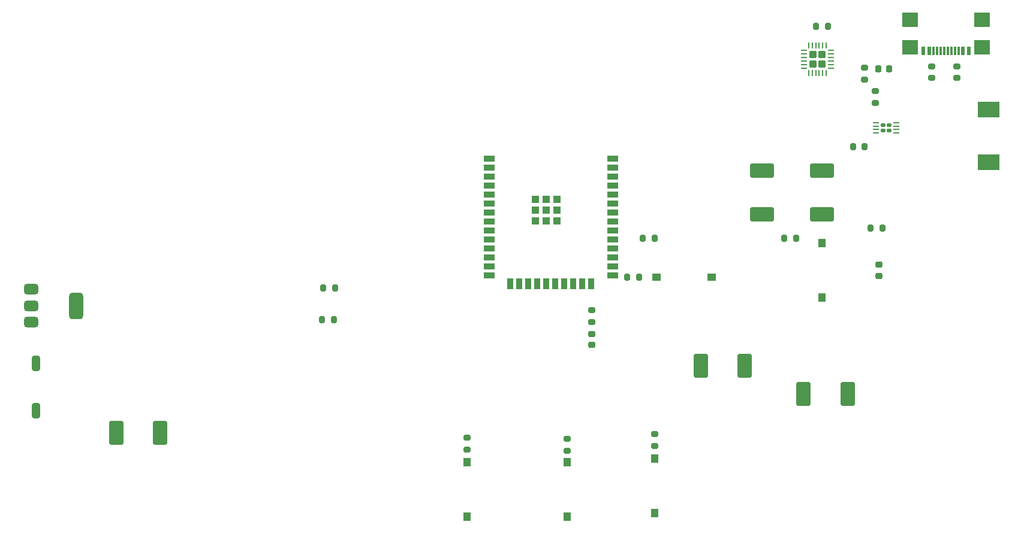
<source format=gbr>
%TF.GenerationSoftware,KiCad,Pcbnew,9.0.1*%
%TF.CreationDate,2025-10-26T11:51:32+05:30*%
%TF.ProjectId,SoundTab,536f756e-6454-4616-922e-6b696361645f,rev?*%
%TF.SameCoordinates,Original*%
%TF.FileFunction,Paste,Top*%
%TF.FilePolarity,Positive*%
%FSLAX46Y46*%
G04 Gerber Fmt 4.6, Leading zero omitted, Abs format (unit mm)*
G04 Created by KiCad (PCBNEW 9.0.1) date 2025-10-26 11:51:32*
%MOMM*%
%LPD*%
G01*
G04 APERTURE LIST*
G04 Aperture macros list*
%AMRoundRect*
0 Rectangle with rounded corners*
0 $1 Rounding radius*
0 $2 $3 $4 $5 $6 $7 $8 $9 X,Y pos of 4 corners*
0 Add a 4 corners polygon primitive as box body*
4,1,4,$2,$3,$4,$5,$6,$7,$8,$9,$2,$3,0*
0 Add four circle primitives for the rounded corners*
1,1,$1+$1,$2,$3*
1,1,$1+$1,$4,$5*
1,1,$1+$1,$6,$7*
1,1,$1+$1,$8,$9*
0 Add four rect primitives between the rounded corners*
20,1,$1+$1,$2,$3,$4,$5,0*
20,1,$1+$1,$4,$5,$6,$7,0*
20,1,$1+$1,$6,$7,$8,$9,0*
20,1,$1+$1,$8,$9,$2,$3,0*%
G04 Aperture macros list end*
%ADD10RoundRect,0.200000X0.275000X-0.200000X0.275000X0.200000X-0.275000X0.200000X-0.275000X-0.200000X0*%
%ADD11R,0.600000X1.150000*%
%ADD12R,0.300000X1.150000*%
%ADD13R,2.180000X2.000000*%
%ADD14R,1.000000X1.250000*%
%ADD15RoundRect,0.200000X-0.200000X-0.275000X0.200000X-0.275000X0.200000X0.275000X-0.200000X0.275000X0*%
%ADD16RoundRect,0.249999X-0.757501X-1.440001X0.757501X-1.440001X0.757501X1.440001X-0.757501X1.440001X0*%
%ADD17RoundRect,0.200000X-0.275000X0.200000X-0.275000X-0.200000X0.275000X-0.200000X0.275000X0.200000X0*%
%ADD18R,1.250000X1.000000*%
%ADD19RoundRect,0.140000X0.205000X0.140000X-0.205000X0.140000X-0.205000X-0.140000X0.205000X-0.140000X0*%
%ADD20RoundRect,0.062500X0.337500X0.062500X-0.337500X0.062500X-0.337500X-0.062500X0.337500X-0.062500X0*%
%ADD21RoundRect,0.250000X0.275000X0.275000X-0.275000X0.275000X-0.275000X-0.275000X0.275000X-0.275000X0*%
%ADD22RoundRect,0.062500X0.350000X0.062500X-0.350000X0.062500X-0.350000X-0.062500X0.350000X-0.062500X0*%
%ADD23RoundRect,0.062500X0.062500X0.350000X-0.062500X0.350000X-0.062500X-0.350000X0.062500X-0.350000X0*%
%ADD24RoundRect,0.218750X0.218750X0.256250X-0.218750X0.256250X-0.218750X-0.256250X0.218750X-0.256250X0*%
%ADD25RoundRect,0.218750X0.256250X-0.218750X0.256250X0.218750X-0.256250X0.218750X-0.256250X-0.218750X0*%
%ADD26RoundRect,0.249999X-1.440001X0.757501X-1.440001X-0.757501X1.440001X-0.757501X1.440001X0.757501X0*%
%ADD27RoundRect,0.250000X0.310000X-0.830000X0.310000X0.830000X-0.310000X0.830000X-0.310000X-0.830000X0*%
%ADD28RoundRect,0.200000X0.200000X0.275000X-0.200000X0.275000X-0.200000X-0.275000X0.200000X-0.275000X0*%
%ADD29RoundRect,0.375000X-0.625000X-0.375000X0.625000X-0.375000X0.625000X0.375000X-0.625000X0.375000X0*%
%ADD30RoundRect,0.500000X-0.500000X-1.400000X0.500000X-1.400000X0.500000X1.400000X-0.500000X1.400000X0*%
%ADD31R,1.500000X0.900000*%
%ADD32R,0.900000X1.500000*%
%ADD33R,1.050000X1.050000*%
%ADD34R,3.100000X2.300000*%
G04 APERTURE END LIST*
D10*
%TO.C,R18*%
X152102500Y-124000000D03*
X152102500Y-122350000D03*
%TD*%
D11*
%TO.C,USB1*%
X208802500Y-67494250D03*
X208002500Y-67494250D03*
D12*
X206852500Y-67494250D03*
X205852500Y-67494250D03*
X205352500Y-67494250D03*
X204352500Y-67494250D03*
D11*
X202402500Y-67494250D03*
X203202500Y-67494250D03*
D12*
X203852500Y-67494250D03*
X204852500Y-67494250D03*
X206352500Y-67494250D03*
X207352500Y-67494250D03*
D13*
X210712500Y-66994250D03*
X200492500Y-66994250D03*
X210712500Y-63074250D03*
X200492500Y-63074250D03*
%TD*%
D10*
%TO.C,R10*%
X195602500Y-74825000D03*
X195602500Y-73175000D03*
%TD*%
D14*
%TO.C,SW2*%
X164500000Y-125125000D03*
X164500000Y-132875000D03*
%TD*%
D15*
%TO.C,R6*%
X117500000Y-105500000D03*
X119150000Y-105500000D03*
%TD*%
%TO.C,R9*%
X192452500Y-81000000D03*
X194102500Y-81000000D03*
%TD*%
D16*
%TO.C,C2*%
X185500000Y-116000000D03*
X191705000Y-116000000D03*
%TD*%
D17*
%TO.C,R3*%
X155602500Y-104175000D03*
X155602500Y-105825000D03*
%TD*%
D15*
%TO.C,R5*%
X117675000Y-101000000D03*
X119325000Y-101000000D03*
%TD*%
D16*
%TO.C,C5*%
X171000000Y-112000000D03*
X177205000Y-112000000D03*
%TD*%
D15*
%TO.C,R11*%
X187277500Y-64000000D03*
X188927500Y-64000000D03*
%TD*%
D18*
%TO.C,SW5*%
X164727500Y-99500000D03*
X172477500Y-99500000D03*
%TD*%
D19*
%TO.C,U7*%
X197602500Y-78700000D03*
X197602500Y-78000000D03*
X196752500Y-78700000D03*
X196752500Y-78000000D03*
D20*
X198627500Y-79100000D03*
X198627500Y-78600000D03*
X198627500Y-78100000D03*
X198627500Y-77600000D03*
X195727500Y-77600000D03*
X195727500Y-78100000D03*
X195727500Y-78600000D03*
X195727500Y-79100000D03*
%TD*%
D21*
%TO.C,U5*%
X188102500Y-69300000D03*
X188102500Y-68000000D03*
X186802500Y-69300000D03*
X186802500Y-68000000D03*
D22*
X189390000Y-69900000D03*
X189390000Y-69400000D03*
X189390000Y-68900000D03*
X189390000Y-68400000D03*
X189390000Y-67900000D03*
X189390000Y-67400000D03*
D23*
X188702500Y-66712500D03*
X188202500Y-66712500D03*
X187702500Y-66712500D03*
X187202500Y-66712500D03*
X186702500Y-66712500D03*
X186202500Y-66712500D03*
D22*
X185515000Y-67400000D03*
X185515000Y-67900000D03*
X185515000Y-68400000D03*
X185515000Y-68900000D03*
X185515000Y-69400000D03*
X185515000Y-69900000D03*
D23*
X186202500Y-70587500D03*
X186702500Y-70587500D03*
X187202500Y-70587500D03*
X187702500Y-70587500D03*
X188202500Y-70587500D03*
X188702500Y-70587500D03*
%TD*%
D24*
%TO.C,D3*%
X197602500Y-70000000D03*
X196027500Y-70000000D03*
%TD*%
D25*
%TO.C,D2*%
X155602500Y-109075000D03*
X155602500Y-107500000D03*
%TD*%
D17*
%TO.C,R7*%
X203602500Y-69675000D03*
X203602500Y-71325000D03*
%TD*%
D14*
%TO.C,SW4*%
X188102500Y-94625000D03*
X188102500Y-102375000D03*
%TD*%
D17*
%TO.C,R4*%
X194102500Y-69850000D03*
X194102500Y-71500000D03*
%TD*%
D26*
%TO.C,C4*%
X179602500Y-84397500D03*
X179602500Y-90602500D03*
%TD*%
D17*
%TO.C,R16*%
X164500000Y-121675000D03*
X164500000Y-123325000D03*
%TD*%
%TO.C,R8*%
X207102500Y-69675000D03*
X207102500Y-71325000D03*
%TD*%
D26*
%TO.C,C3*%
X188102500Y-84397500D03*
X188102500Y-90602500D03*
%TD*%
D16*
%TO.C,C1*%
X88397500Y-121500000D03*
X94602500Y-121500000D03*
%TD*%
D27*
%TO.C,SW6*%
X77102500Y-118365000D03*
X77102500Y-111635000D03*
%TD*%
D28*
%TO.C,R2*%
X162252500Y-99500000D03*
X160602500Y-99500000D03*
%TD*%
D25*
%TO.C,D1*%
X196102500Y-99287500D03*
X196102500Y-97712500D03*
%TD*%
D14*
%TO.C,SW3*%
X138000000Y-125625000D03*
X138000000Y-133375000D03*
%TD*%
D29*
%TO.C,U6*%
X76452500Y-101200000D03*
X76452500Y-103500000D03*
D30*
X82752500Y-103500000D03*
D29*
X76452500Y-105800000D03*
%TD*%
D31*
%TO.C,U2*%
X141057500Y-82685000D03*
X141057500Y-83955000D03*
X141057500Y-85225000D03*
X141057500Y-86495000D03*
X141057500Y-87765000D03*
X141057500Y-89035000D03*
X141057500Y-90305000D03*
X141057500Y-91575000D03*
X141057500Y-92845000D03*
X141057500Y-94115000D03*
X141057500Y-95385000D03*
X141057500Y-96655000D03*
X141057500Y-97925000D03*
X141057500Y-99195000D03*
D32*
X144097500Y-100445000D03*
X145367500Y-100445000D03*
X146637500Y-100445000D03*
X147907500Y-100445000D03*
X149177500Y-100445000D03*
X150447500Y-100445000D03*
X151717500Y-100445000D03*
X152987500Y-100445000D03*
X154257500Y-100445000D03*
X155527500Y-100445000D03*
D31*
X158557500Y-99195000D03*
X158557500Y-97925000D03*
X158557500Y-96655000D03*
X158557500Y-95385000D03*
X158557500Y-94115000D03*
X158557500Y-92845000D03*
X158557500Y-91575000D03*
X158557500Y-90305000D03*
X158557500Y-89035000D03*
X158557500Y-87765000D03*
X158557500Y-86495000D03*
X158557500Y-85225000D03*
X158557500Y-83955000D03*
X158557500Y-82685000D03*
D33*
X147602500Y-88500000D03*
X147602500Y-90025000D03*
X147602500Y-91550000D03*
X149127500Y-88500000D03*
X149127500Y-90025000D03*
X149127500Y-91550000D03*
X150652500Y-88500000D03*
X150652500Y-90025000D03*
X150652500Y-91550000D03*
%TD*%
D17*
%TO.C,R17*%
X138000000Y-122175000D03*
X138000000Y-123825000D03*
%TD*%
D15*
%TO.C,R1*%
X182777500Y-94000000D03*
X184427500Y-94000000D03*
%TD*%
D34*
%TO.C,F1*%
X211602500Y-75800000D03*
X211602500Y-83200000D03*
%TD*%
D15*
%TO.C,R12*%
X194952500Y-92500000D03*
X196602500Y-92500000D03*
%TD*%
D14*
%TO.C,SW1*%
X152102500Y-125625000D03*
X152102500Y-133375000D03*
%TD*%
D15*
%TO.C,R13*%
X162777500Y-94000000D03*
X164427500Y-94000000D03*
%TD*%
M02*

</source>
